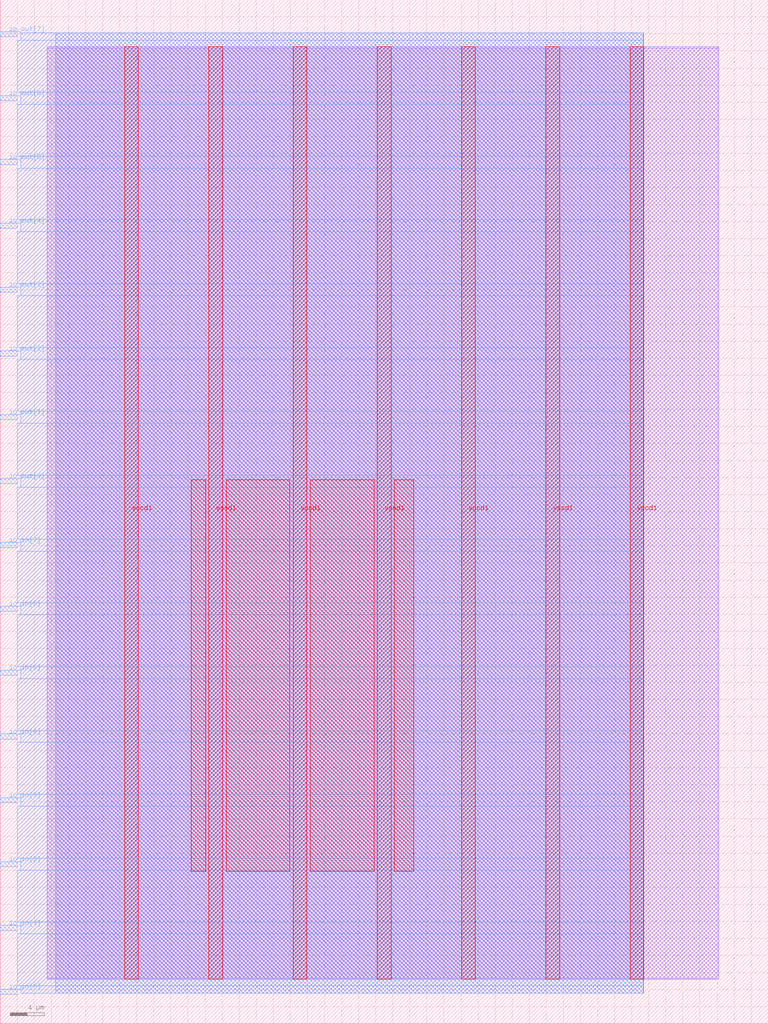
<source format=lef>
VERSION 5.7 ;
  NOWIREEXTENSIONATPIN ON ;
  DIVIDERCHAR "/" ;
  BUSBITCHARS "[]" ;
MACRO rc5_top
  CLASS BLOCK ;
  FOREIGN rc5_top ;
  ORIGIN 0.000 0.000 ;
  SIZE 90.000 BY 120.000 ;
  PIN io_in[0]
    DIRECTION INPUT ;
    USE SIGNAL ;
    PORT
      LAYER met3 ;
        RECT 0.000 3.440 2.000 4.040 ;
    END
  END io_in[0]
  PIN io_in[1]
    DIRECTION INPUT ;
    USE SIGNAL ;
    PORT
      LAYER met3 ;
        RECT 0.000 10.920 2.000 11.520 ;
    END
  END io_in[1]
  PIN io_in[2]
    DIRECTION INPUT ;
    USE SIGNAL ;
    PORT
      LAYER met3 ;
        RECT 0.000 18.400 2.000 19.000 ;
    END
  END io_in[2]
  PIN io_in[3]
    DIRECTION INPUT ;
    USE SIGNAL ;
    PORT
      LAYER met3 ;
        RECT 0.000 25.880 2.000 26.480 ;
    END
  END io_in[3]
  PIN io_in[4]
    DIRECTION INPUT ;
    USE SIGNAL ;
    PORT
      LAYER met3 ;
        RECT 0.000 33.360 2.000 33.960 ;
    END
  END io_in[4]
  PIN io_in[5]
    DIRECTION INPUT ;
    USE SIGNAL ;
    PORT
      LAYER met3 ;
        RECT 0.000 40.840 2.000 41.440 ;
    END
  END io_in[5]
  PIN io_in[6]
    DIRECTION INPUT ;
    USE SIGNAL ;
    PORT
      LAYER met3 ;
        RECT 0.000 48.320 2.000 48.920 ;
    END
  END io_in[6]
  PIN io_in[7]
    DIRECTION INPUT ;
    USE SIGNAL ;
    PORT
      LAYER met3 ;
        RECT 0.000 55.800 2.000 56.400 ;
    END
  END io_in[7]
  PIN io_out[0]
    DIRECTION OUTPUT TRISTATE ;
    USE SIGNAL ;
    PORT
      LAYER met3 ;
        RECT 0.000 63.280 2.000 63.880 ;
    END
  END io_out[0]
  PIN io_out[1]
    DIRECTION OUTPUT TRISTATE ;
    USE SIGNAL ;
    PORT
      LAYER met3 ;
        RECT 0.000 70.760 2.000 71.360 ;
    END
  END io_out[1]
  PIN io_out[2]
    DIRECTION OUTPUT TRISTATE ;
    USE SIGNAL ;
    PORT
      LAYER met3 ;
        RECT 0.000 78.240 2.000 78.840 ;
    END
  END io_out[2]
  PIN io_out[3]
    DIRECTION OUTPUT TRISTATE ;
    USE SIGNAL ;
    PORT
      LAYER met3 ;
        RECT 0.000 85.720 2.000 86.320 ;
    END
  END io_out[3]
  PIN io_out[4]
    DIRECTION OUTPUT TRISTATE ;
    USE SIGNAL ;
    PORT
      LAYER met3 ;
        RECT 0.000 93.200 2.000 93.800 ;
    END
  END io_out[4]
  PIN io_out[5]
    DIRECTION OUTPUT TRISTATE ;
    USE SIGNAL ;
    PORT
      LAYER met3 ;
        RECT 0.000 100.680 2.000 101.280 ;
    END
  END io_out[5]
  PIN io_out[6]
    DIRECTION OUTPUT TRISTATE ;
    USE SIGNAL ;
    PORT
      LAYER met3 ;
        RECT 0.000 108.160 2.000 108.760 ;
    END
  END io_out[6]
  PIN io_out[7]
    DIRECTION OUTPUT TRISTATE ;
    USE SIGNAL ;
    PORT
      LAYER met3 ;
        RECT 0.000 115.640 2.000 116.240 ;
    END
  END io_out[7]
  PIN vccd1
    DIRECTION INOUT ;
    USE POWER ;
    PORT
      LAYER met4 ;
        RECT 14.590 5.200 16.190 114.480 ;
    END
    PORT
      LAYER met4 ;
        RECT 34.330 5.200 35.930 114.480 ;
    END
    PORT
      LAYER met4 ;
        RECT 54.070 5.200 55.670 114.480 ;
    END
    PORT
      LAYER met4 ;
        RECT 73.810 5.200 75.410 114.480 ;
    END
  END vccd1
  PIN vssd1
    DIRECTION INOUT ;
    USE GROUND ;
    PORT
      LAYER met4 ;
        RECT 24.460 5.200 26.060 114.480 ;
    END
    PORT
      LAYER met4 ;
        RECT 44.200 5.200 45.800 114.480 ;
    END
    PORT
      LAYER met4 ;
        RECT 63.940 5.200 65.540 114.480 ;
    END
  END vssd1
  OBS
      LAYER li1 ;
        RECT 5.520 5.355 84.180 114.325 ;
      LAYER met1 ;
        RECT 5.520 5.200 84.180 114.480 ;
      LAYER met2 ;
        RECT 6.530 3.555 75.380 116.125 ;
      LAYER met3 ;
        RECT 2.400 115.240 75.400 116.105 ;
        RECT 2.000 109.160 75.400 115.240 ;
        RECT 2.400 107.760 75.400 109.160 ;
        RECT 2.000 101.680 75.400 107.760 ;
        RECT 2.400 100.280 75.400 101.680 ;
        RECT 2.000 94.200 75.400 100.280 ;
        RECT 2.400 92.800 75.400 94.200 ;
        RECT 2.000 86.720 75.400 92.800 ;
        RECT 2.400 85.320 75.400 86.720 ;
        RECT 2.000 79.240 75.400 85.320 ;
        RECT 2.400 77.840 75.400 79.240 ;
        RECT 2.000 71.760 75.400 77.840 ;
        RECT 2.400 70.360 75.400 71.760 ;
        RECT 2.000 64.280 75.400 70.360 ;
        RECT 2.400 62.880 75.400 64.280 ;
        RECT 2.000 56.800 75.400 62.880 ;
        RECT 2.400 55.400 75.400 56.800 ;
        RECT 2.000 49.320 75.400 55.400 ;
        RECT 2.400 47.920 75.400 49.320 ;
        RECT 2.000 41.840 75.400 47.920 ;
        RECT 2.400 40.440 75.400 41.840 ;
        RECT 2.000 34.360 75.400 40.440 ;
        RECT 2.400 32.960 75.400 34.360 ;
        RECT 2.000 26.880 75.400 32.960 ;
        RECT 2.400 25.480 75.400 26.880 ;
        RECT 2.000 19.400 75.400 25.480 ;
        RECT 2.400 18.000 75.400 19.400 ;
        RECT 2.000 11.920 75.400 18.000 ;
        RECT 2.400 10.520 75.400 11.920 ;
        RECT 2.000 4.440 75.400 10.520 ;
        RECT 2.400 3.575 75.400 4.440 ;
      LAYER met4 ;
        RECT 22.375 17.855 24.060 63.745 ;
        RECT 26.460 17.855 33.930 63.745 ;
        RECT 36.330 17.855 43.800 63.745 ;
        RECT 46.200 17.855 48.465 63.745 ;
  END
END rc5_top
END LIBRARY


</source>
